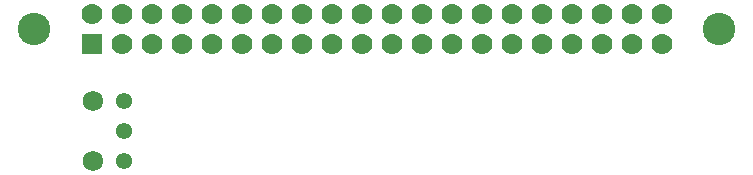
<source format=gbs>
From b7320a6b586e8cf12ea126e7ed4320e6d9f53e99 Mon Sep 17 00:00:00 2001
From: opiopan <opiopan@gmail.com>
Date: Mon, 1 Apr 2019 21:26:26 +0900
Subject: add examples

---
 examples/inputs/sonopi-digi.GBS | 70 +++++++++++++++++++++++++++++++++++++++++
 1 file changed, 70 insertions(+)
 create mode 100644 examples/inputs/sonopi-digi.GBS

(limited to 'examples/inputs/sonopi-digi.GBS')

diff --git a/examples/inputs/sonopi-digi.GBS b/examples/inputs/sonopi-digi.GBS
new file mode 100644
index 0000000..f36657f
--- /dev/null
+++ b/examples/inputs/sonopi-digi.GBS
@@ -0,0 +1,70 @@
+G04 EAGLE Gerber RS-274X export*
+G75*
+%MOMM*%
+%FSLAX34Y34*%
+%LPD*%
+%INSolder Mask bottom*%
+%IPPOS*%
+%AMOC8*
+5,1,8,0,0,1.08239X$1,22.5*%
+G01*
+%ADD10C,1.381250*%
+%ADD11C,1.725000*%
+%ADD12C,2.750000*%
+%ADD13R,1.778000X1.778000*%
+%ADD14C,1.778000*%
+
+
+D10*
+X110950Y107470D03*
+X110950Y82070D03*
+X110950Y56670D03*
+D11*
+X84650Y107470D03*
+X84650Y56670D03*
+D12*
+X35000Y168000D03*
+X615000Y168000D03*
+D13*
+X83700Y155300D03*
+D14*
+X83700Y180700D03*
+X109100Y155300D03*
+X109100Y180700D03*
+X134500Y155300D03*
+X134500Y180700D03*
+X159900Y155300D03*
+X159900Y180700D03*
+X185300Y155300D03*
+X185300Y180700D03*
+X210700Y155300D03*
+X210700Y180700D03*
+X236100Y155300D03*
+X236100Y180700D03*
+X261500Y155300D03*
+X261500Y180700D03*
+X286900Y155300D03*
+X286900Y180700D03*
+X312300Y155300D03*
+X312300Y180700D03*
+X337700Y155300D03*
+X337700Y180700D03*
+X363100Y155300D03*
+X363100Y180700D03*
+X388500Y155300D03*
+X388500Y180700D03*
+X413900Y155300D03*
+X413900Y180700D03*
+X439300Y155300D03*
+X439300Y180700D03*
+X464700Y155300D03*
+X464700Y180700D03*
+X490100Y155300D03*
+X490100Y180700D03*
+X515500Y155300D03*
+X515500Y180700D03*
+X540900Y155300D03*
+X540900Y180700D03*
+X566300Y155300D03*
+X566300Y180700D03*
+M02*
-- 
cgit 


</source>
